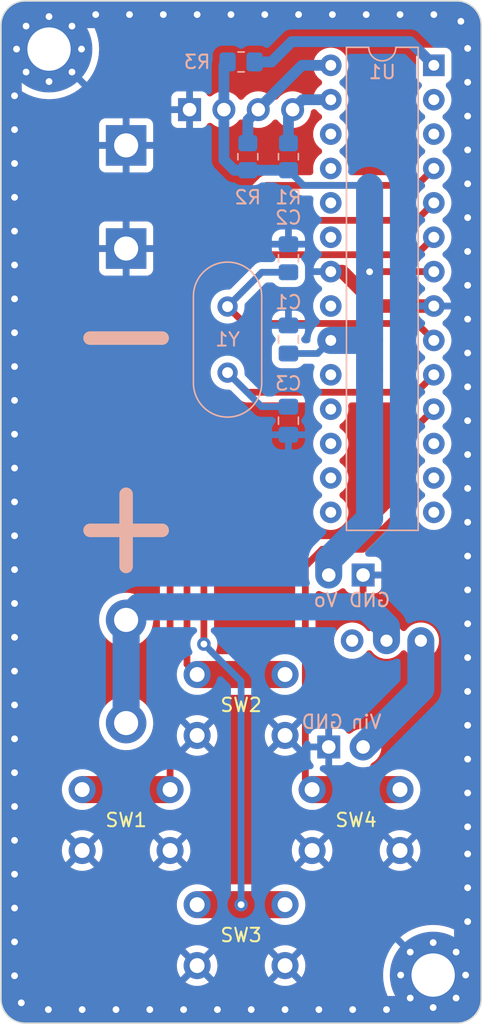
<source format=kicad_pcb>
(kicad_pcb (version 20211014) (generator pcbnew)
  (layers (0 "F.Cu" signal) (31 "B.Cu" signal) (34 "B.Paste" user) (35 "F.Paste" user) (36 "B.SilkS" user "B.Silkscreen") (37 "F.SilkS" user "F.Silkscreen") (38 "B.Mask" user) (39 "F.Mask" user) (44 "Edge.Cuts" user))
  (net 0 "")
  (net 1 "VCC")
  (net 2 "SDA")
  (net 3 "SCL")
  (net 4 "Net-(R3-Pad2)")
  (net 5 "Net-(SW2-Pad1)")
  (net 6 "Net-(SW3-Pad1)")
  (net 7 "Net-(SW4-Pad1)")
  (net 8 "GND")
  (net 9 "Net-(C2-Pad2)")
  (net 10 "Net-(C3-Pad2)")
  (net 11 "VDD")
  (net 17 "Net-(SW1-Pad1)")
  (net 29 "Net-(SW5-Pad3)")
  (footprint "Button_Switch_THT:SW_PUSH_6mm_H9.5mm" (layer "F.Cu") (at 164.5 141.75)
    (fp_text reference "SW3" (at 3.25 2.25) (layer "F.SilkS"))
    (fp_text value "SW_down")
    (pad "1" thru_hole circle (at 0 0 90) (size 2 2) (drill 1.1) (layers *.Cu *.Mask) (net 6 "Net-(SW3-Pad1)"))
    (pad "1" thru_hole circle (at 6.5 0 90) (size 2 2) (drill 1.1) (layers *.Cu *.Mask) (net 6 "Net-(SW3-Pad1)"))
    (pad "2" thru_hole circle (at 6.5 4.5 90) (size 2 2) (drill 1.1) (layers *.Cu *.Mask) (net 8 "GND"))
    (pad "2" thru_hole circle (at 0 4.5 90) (size 2 2) (drill 1.1) (layers *.Cu *.Mask) (net 8 "GND"))
  )
  (footprint "MountingHole:MountingHole_3.2mm_M3_Pad_Via" (layer "F.Cu") (at 181.95 146.95)
    (fp_text reference "H2" hide)
    (fp_text value "M3" hide)
    (pad "1" thru_hole circle locked (at 1.697056 1.697056) (size 0.8 0.8) (drill 0.5) (layers *.Cu *.Mask) (net 8 "GND"))
    (pad "1" thru_hole circle locked (at 2.4 0) (size 0.8 0.8) (drill 0.5) (layers *.Cu *.Mask) (net 8 "GND"))
    (pad "1" thru_hole circle locked (at -1.697056 1.697056) (size 0.8 0.8) (drill 0.5) (layers *.Cu *.Mask) (net 8 "GND"))
    (pad "1" thru_hole circle locked (at 0 -2.4) (size 0.8 0.8) (drill 0.5) (layers *.Cu *.Mask) (net 8 "GND"))
    (pad "1" thru_hole circle locked (at 0 0) (size 6.4 6.4) (drill 3.2) (layers *.Cu *.Mask) (net 8 "GND"))
    (pad "1" thru_hole circle locked (at 1.697056 -1.697056) (size 0.8 0.8) (drill 0.5) (layers *.Cu *.Mask) (net 8 "GND"))
    (pad "1" thru_hole circle locked (at 0 2.4) (size 0.8 0.8) (drill 0.5) (layers *.Cu *.Mask) (net 8 "GND"))
    (pad "1" thru_hole circle locked (at -1.697056 -1.697056) (size 0.8 0.8) (drill 0.5) (layers *.Cu *.Mask) (net 8 "GND"))
    (pad "1" thru_hole circle locked (at -2.4 0) (size 0.8 0.8) (drill 0.5) (layers *.Cu *.Mask) (net 8 "GND"))
  )
  (footprint "MountingHole:MountingHole_3.2mm_M3_Pad_Via" (layer "F.Cu") (at 153.55 78.55)
    (fp_text reference "H1" hide)
    (fp_text value "M3" hide)
    (pad "1" thru_hole circle locked (at 2.4 0) (size 0.8 0.8) (drill 0.5) (layers *.Cu *.Mask) (net 8 "GND"))
    (pad "1" thru_hole circle locked (at 0 2.4) (size 0.8 0.8) (drill 0.5) (layers *.Cu *.Mask) (net 8 "GND"))
    (pad "1" thru_hole circle locked (at -1.697056 1.697056) (size 0.8 0.8) (drill 0.5) (layers *.Cu *.Mask) (net 8 "GND"))
    (pad "1" thru_hole circle locked (at 1.697056 -1.697056) (size 0.8 0.8) (drill 0.5) (layers *.Cu *.Mask) (net 8 "GND"))
    (pad "1" thru_hole circle locked (at 0 -2.4) (size 0.8 0.8) (drill 0.5) (layers *.Cu *.Mask) (net 8 "GND"))
    (pad "1" thru_hole circle locked (at -1.697056 -1.697056) (size 0.8 0.8) (drill 0.5) (layers *.Cu *.Mask) (net 8 "GND"))
    (pad "1" thru_hole circle locked (at -2.4 0) (size 0.8 0.8) (drill 0.5) (layers *.Cu *.Mask) (net 8 "GND"))
    (pad "1" thru_hole circle locked (at 0 0) (size 6.4 6.4) (drill 3.2) (layers *.Cu *.Mask) (net 8 "GND"))
    (pad "1" thru_hole circle locked (at 1.697056 1.697056) (size 0.8 0.8) (drill 0.5) (layers *.Cu *.Mask) (net 8 "GND"))
  )
  (footprint "Button_Switch_THT:SW_PUSH_6mm_H9.5mm" (layer "F.Cu") (at 156 133.25)
    (fp_text reference "SW1" (at 3.25 2.25) (layer "F.SilkS"))
    (fp_text value "SW_left")
    (pad "1" thru_hole circle (at 6.5 0 90) (size 2 2) (drill 1.1) (layers *.Cu *.Mask) (net 17 "Net-(SW1-Pad1)"))
    (pad "1" thru_hole circle (at 0 0 90) (size 2 2) (drill 1.1) (layers *.Cu *.Mask) (net 17 "Net-(SW1-Pad1)"))
    (pad "2" thru_hole circle (at 6.5 4.5 90) (size 2 2) (drill 1.1) (layers *.Cu *.Mask) (net 8 "GND"))
    (pad "2" thru_hole circle (at 0 4.5 90) (size 2 2) (drill 1.1) (layers *.Cu *.Mask) (net 8 "GND"))
  )
  (footprint "Button_Switch_THT:SW_PUSH_6mm_H9.5mm" (layer "F.Cu") (at 173 133.25)
    (fp_text reference "SW4" (at 3.25 2.25) (layer "F.SilkS"))
    (fp_text value "SW_right")
    (pad "1" thru_hole circle (at 6.5 0 90) (size 2 2) (drill 1.1) (layers *.Cu *.Mask) (net 7 "Net-(SW4-Pad1)"))
    (pad "1" thru_hole circle (at 0 0 90) (size 2 2) (drill 1.1) (layers *.Cu *.Mask) (net 7 "Net-(SW4-Pad1)"))
    (pad "2" thru_hole circle (at 0 4.5 90) (size 2 2) (drill 1.1) (layers *.Cu *.Mask) (net 8 "GND"))
    (pad "2" thru_hole circle (at 6.5 4.5 90) (size 2 2) (drill 1.1) (layers *.Cu *.Mask) (net 8 "GND"))
  )
  (footprint "Button_Switch_THT:SW_PUSH_6mm_H9.5mm" (layer "F.Cu") (at 164.5 124.75)
    (fp_text reference "SW2" (at 3.25 2.25) (layer "F.SilkS"))
    (fp_text value "SW_up")
    (pad "1" thru_hole circle (at 0 0 90) (size 2 2) (drill 1.1) (layers *.Cu *.Mask) (net 5 "Net-(SW2-Pad1)"))
    (pad "1" thru_hole circle (at 6.5 0 90) (size 2 2) (drill 1.1) (layers *.Cu *.Mask) (net 5 "Net-(SW2-Pad1)"))
    (pad "2" thru_hole circle (at 6.5 4.5 90) (size 2 2) (drill 1.1) (layers *.Cu *.Mask) (net 8 "GND"))
    (pad "2" thru_hole circle (at 0 4.5 90) (size 2 2) (drill 1.1) (layers *.Cu *.Mask) (net 8 "GND"))
  )
  (footprint "GameBox:SS12D10" (layer "F.Cu") (at 178.5 122.25)
    (fp_text reference "SW5" hide)
    (fp_text value "ON/OFF")
    (pad "1" thru_hole circle (at -2.54 0) (size 1.6764 1.6764) (drill 0.9) (layers *.Cu *.Mask))
    (pad "2" thru_hole circle (at 0 0) (size 1.6764 1.6764) (drill 0.9) (layers *.Cu *.Mask) (net 11 "VDD"))
    (pad "3" thru_hole circle (at 2.54 0) (size 1.6764 1.6764) (drill 0.9) (layers *.Cu *.Mask) (net 29 "Net-(SW5-Pad3)"))
  )
  (footprint "GameBox:1.3_inch_OLED_IIC" (layer "F.Cu") (at 167.75 97.75)
    (fp_text reference "J1" hide)
    (fp_text value "OLED" hide)
    (pad "1" thru_hole rect (at -3.81 -14.726 90) (size 1.7 1.7) (drill 1) (layers *.Cu *.Mask) (net 8 "GND"))
    (pad "2" thru_hole oval (at -1.27 -14.726 90) (size 1.7 1.7) (drill 1) (layers *.Cu *.Mask) (net 1 "VCC"))
    (pad "3" thru_hole oval (at 1.27 -14.726 90) (size 1.7 1.7) (drill 1) (layers *.Cu *.Mask) (net 3 "SCL"))
    (pad "4" thru_hole oval (at 3.81 -14.726 90) (size 1.7 1.7) (drill 1) (layers *.Cu *.Mask) (net 2 "SDA"))
  )
  (footprint "Capacitor_SMD:C_0805_2012Metric_Pad1.18x1.45mm_HandSolder" (layer "B.Cu") (at 171.25 94 -90)
    (fp_text reference "C2" (at -3 0 180) (layer "B.SilkS") (effects (justify mirror)))
    (fp_text value "22pF")
    (fp_line (start -0.261252 0.735) (end 0.261252 0.735) (layer "B.SilkS") (width 0.12))
    (fp_line (start -0.261252 -0.735) (end 0.261252 -0.735) (layer "B.SilkS") (width 0.12))
    (pad "1" smd roundrect locked (at -1.0375 0 270) (size 1.175 1.45) (layers "B.Cu" "B.Paste" "B.Mask") (roundrect_rratio 0.212766) (net 8 "GND"))
    (pad "2" smd roundrect locked (at 1.0375 0 270) (size 1.175 1.45) (layers "B.Cu" "B.Paste" "B.Mask") (roundrect_rratio 0.212766) (net 9 "Net-(C2-Pad2)"))
  )
  (footprint "Package_DIP:DIP-28_W7.62mm" (layer "B.Cu") (at 182 79.75 180)
    (fp_text reference "U1" (at 3.81 -0.5) (layer "B.SilkS") (effects (justify mirror)))
    (fp_text value "ATmega328P-P")
    (fp_line (start 1.16 -34.35) (end 6.46 -34.35) (layer "B.SilkS") (width 0.12))
    (fp_line (start 2.81 1.33) (end 1.16 1.33) (layer "B.SilkS") (width 0.12))
    (fp_line (start 6.46 1.33) (end 4.81 1.33) (layer "B.SilkS") (width 0.12))
    (fp_line (start 1.16 1.33) (end 1.16 -34.35) (layer "B.SilkS") (width 0.12))
    (fp_line (start 6.46 -34.35) (end 6.46 1.33) (layer "B.SilkS") (width 0.12))
    (fp_arc (start 2.81 1.33) (mid 3.81 0.33) (end 4.81 1.33) (layer "B.SilkS") (width 0.12))
    (pad "1" thru_hole rect locked (at 0 0 180) (size 1.6 1.6) (drill 0.8) (layers *.Cu *.Mask) (net 4 "Net-(R3-Pad2)"))
    (pad "2" thru_hole oval locked (at 0 -2.54 180) (size 1.6 1.6) (drill 0.8) (layers *.Cu *.Mask))
    (pad "3" thru_hole oval locked (at 0 -5.08 180) (size 1.6 1.6) (drill 0.8) (layers *.Cu *.Mask))
    (pad "4" thru_hole oval locked (at 0 -7.62 180) (size 1.6 1.6) (drill 0.8) (layers *.Cu *.Mask) (net 17 "Net-(SW1-Pad1)"))
    (pad "5" thru_hole oval locked (at 0 -10.16 180) (size 1.6 1.6) (drill 0.8) (layers *.Cu *.Mask) (net 5 "Net-(SW2-Pad1)"))
    (pad "6" thru_hole oval locked (at 0 -12.7 180) (size 1.6 1.6) (drill 0.8) (layers *.Cu *.Mask) (net 6 "Net-(SW3-Pad1)"))
    (pad "7" thru_hole oval locked (at 0 -15.24 180) (size 1.6 1.6) (drill 0.8) (layers *.Cu *.Mask) (net 1 "VCC"))
    (pad "8" thru_hole oval locked (at 0 -17.78 180) (size 1.6 1.6) (drill 0.8) (layers *.Cu *.Mask) (net 8 "GND"))
    (pad "9" thru_hole oval locked (at 0 -20.32 180) (size 1.6 1.6) (drill 0.8) (layers *.Cu *.Mask) (net 9 "Net-(C2-Pad2)"))
    (pad "10" thru_hole oval locked (at 0 -22.86 180) (size 1.6 1.6) (drill 0.8) (layers *.Cu *.Mask) (net 10 "Net-(C3-Pad2)"))
    (pad "11" thru_hole oval locked (at 0 -25.4 180) (size 1.6 1.6) (drill 0.8) (layers *.Cu *.Mask) (net 7 "Net-(SW4-Pad1)"))
    (pad "12" thru_hole oval locked (at 0 -27.94 180) (size 1.6 1.6) (drill 0.8) (layers *.Cu *.Mask))
    (pad "13" thru_hole oval locked (at 0 -30.48 180) (size 1.6 1.6) (drill 0.8) (layers *.Cu *.Mask))
    (pad "14" thru_hole oval locked (at 0 -33.02 180) (size 1.6 1.6) (drill 0.8) (layers *.Cu *.Mask))
    (pad "15" thru_hole oval locked (at 7.62 -33.02 180) (size 1.6 1.6) (drill 0.8) (layers *.Cu *.Mask))
    (pad "16" thru_hole oval locked (at 7.62 -30.48 180) (size 1.6 1.6) (drill 0.8) (layers *.Cu *.Mask))
    (pad "17" thru_hole oval locked (at 7.62 -27.94 180) (size 1.6 1.6) (drill 0.8) (layers *.Cu *.Mask))
    (pad "18" thru_hole oval locked (at 7.62 -25.4 180) (size 1.6 1.6) (drill 0.8) (layers *.Cu *.Mask))
    (pad "19" thru_hole oval locked (at 7.62 -22.86 180) (size 1.6 1.6) (drill 0.8) (layers *.Cu *.Mask))
    (pad "20" thru_hole oval locked (at 7.62 -20.32 180) (size 1.6 1.6) (drill 0.8) (layers *.Cu *.Mask) (net 1 "VCC"))
    (pad "21" thru_hole oval locked (at 7.62 -17.78 180) (size 1.6 1.6) (drill 0.8) (layers *.Cu *.Mask))
    (pad "22" thru_hole oval locked (at 7.62 -15.24 180) (size 1.6 1.6) (drill 0.8) (layers *.Cu *.Mask) (net 8 "GND"))
    (pad "23" thru_hole oval locked (at 7.62 -12.7 180) (size 1.6 1.6) (drill 0.8) (layers *.Cu *.Mask))
    (pad "24" thru_hole oval locked (at 7.62 -10.16 180) (size 1.6 1.6) (drill 0.8) (layers *.Cu *.Mask))
    (pad "25" thru_hole oval locked (at 7.62 -7.62 180) (size 1.6 1.6) (drill 0.8) (layers *.Cu *.Mask))
    (pad "26" thru_hole oval locked (at 7.62 -5.08 180) (size 1.6 1.6) (drill 0.8) (layers *.Cu *.Mask))
    (pad "27" thru_hole oval locked (at 7.62 -2.54 180) (size 1.6 1.6) (drill 0.8) (layers *.Cu *.Mask) (net 2 "SDA"))
    (pad "28" thru_hole oval locked (at 7.62 0 180) (size 1.6 1.6) (drill 0.8) (layers *.Cu *.Mask) (net 3 "SCL"))
  )
  (footprint "Capacitor_SMD:C_0805_2012Metric_Pad1.18x1.45mm_HandSolder" (layer "B.Cu") (at 171.25 100 90)
    (fp_text reference "C1" (at 2.75 0 180) (layer "B.SilkS") (effects (justify mirror)))
    (fp_text value "10uF")
    (fp_line (start -0.261252 -0.735) (end 0.261252 -0.735) (layer "B.SilkS") (width 0.12))
    (fp_line (start -0.261252 0.735) (end 0.261252 0.735) (layer "B.SilkS") (width 0.12))
    (pad "1" smd roundrect locked (at -1.0375 0 90) (size 1.175 1.45) (layers "B.Cu" "B.Paste" "B.Mask") (roundrect_rratio 0.212766) (net 1 "VCC"))
    (pad "2" smd roundrect locked (at 1.0375 0 90) (size 1.175 1.45) (layers "B.Cu" "B.Paste" "B.Mask") (roundrect_rratio 0.212766) (net 8 "GND"))
  )
  (footprint "Crystal:Crystal_HC49-4H_Vertical" (layer "B.Cu") (at 166.75 102.45 90)
    (fp_text reference "Y1" (at 2.45 0 180) (layer "B.SilkS") (effects (justify mirror)))
    (fp_text value "16MHz")
    (fp_line (start -0.76 -2.525) (end 5.64 -2.525) (layer "B.SilkS") (width 0.12))
    (fp_line (start -0.76 2.525) (end 5.64 2.525) (layer "B.SilkS") (width 0.12))
    (fp_arc (start -0.76 2.525) (mid -3.285 0) (end -0.76 -2.525) (layer "B.SilkS") (width 0.12))
    (fp_arc (start 5.64 -2.525) (mid 8.165 0) (end 5.64 2.525) (layer "B.SilkS") (width 0.12))
    (pad "1" thru_hole circle locked (at 0 0 90) (size 1.5 1.5) (drill 0.8) (layers *.Cu *.Mask) (net 10 "Net-(C3-Pad2)"))
    (pad "2" thru_hole circle locked (at 4.88 0 90) (size 1.5 1.5) (drill 0.8) (layers *.Cu *.Mask) (net 9 "Net-(C2-Pad2)"))
  )
  (footprint "Resistor_SMD:R_0805_2012Metric_Pad1.20x1.40mm_HandSolder" (layer "B.Cu") (at 167.75 79.5)
    (fp_text reference "R3" (at -3.25 0) (layer "B.SilkS") (effects (justify mirror)))
    (fp_text value "10k")
    (fp_line (start -0.227064 0.735) (end 0.227064 0.735) (layer "B.SilkS") (width 0.12))
    (fp_line (start -0.227064 -0.735) (end 0.227064 -0.735) (layer "B.SilkS") (width 0.12))
    (pad "1" smd roundrect locked (at -1 0) (size 1.2 1.4) (layers "B.Cu" "B.Paste" "B.Mask") (roundrect_rratio 0.208333) (net 1 "VCC"))
    (pad "2" smd roundrect locked (at 1 0) (size 1.2 1.4) (layers "B.Cu" "B.Paste" "B.Mask") (roundrect_rratio 0.208333) (net 4 "Net-(R3-Pad2)"))
  )
  (footprint "GameBox:BK-82_AAA_battery_holder" (layer "B.Cu") (at 159.25 107)
    (fp_text reference "BT1" hide)
    (fp_text value "AAA" hide)
    (fp_text user "+" (at 0 7.62 180 unlocked) (layer "B.SilkS") (effects (font (size 7 7) (thickness 1)) (justify mirror)))
    (fp_text user "-" (at 0 -7.62 unlocked) (layer "B.SilkS") (effects (font (size 7 7) (thickness 1)) (justify mirror)))
    (pad "1" thru_hole circle (at 0 13.716 180) (size 3 3) (drill 1.78) (layers *.Cu *.Mask) (net 11 "VDD"))
    (pad "1" thru_hole circle (at 0 21.336 180) (size 3 3) (drill 1.78) (layers *.Cu *.Mask) (net 11 "VDD"))
    (pad "2" thru_hole rect (at 0 -13.716 180) (size 2.999999 2.999999) (drill 1.78) (layers *.Cu *.Mask) (net 8 "GND"))
    (pad "2" thru_hole rect (at 0 -21.336 180) (size 2.999999 2.999999) (drill 1.78) (layers *.Cu *.Mask) (net 8 "GND"))
  )
  (footprint "Resistor_SMD:R_0805_2012Metric_Pad1.20x1.40mm_HandSolder" (layer "B.Cu") (at 168.25 86.5 90)
    (fp_text reference "R2" (at -3 0 180) (layer "B.SilkS") (effects (justify mirror)))
    (fp_text value "10k")
    (fp_line (start -0.227064 -0.735) (end 0.227064 -0.735) (layer "B.SilkS") (width 0.12))
    (fp_line (start -0.227064 0.735) (end 0.227064 0.735) (layer "B.SilkS") (width 0.12))
    (pad "1" smd roundrect locked (at -1 0 90) (size 1.2 1.4) (layers "B.Cu" "B.Paste" "B.Mask") (roundrect_rratio 0.208333) (net 1 "VCC"))
    (pad "2" smd roundrect locked (at 1 0 90) (size 1.2 1.4) (layers "B.Cu" "B.Paste" "B.Mask") (roundrect_rratio 0.208333) (net 3 "SCL"))
  )
  (footprint "GameBox:3.3V_boost_regulator" (layer "B.Cu") (at 175.5 123.75 180)
    (fp_text reference "U2" hide)
    (fp_text value "3.3V_boost_regulator")
    (fp_text user "Vin" (at -1.5 -4.5 unlocked) (layer "B.SilkS") (effects (justify mirror)))
    (fp_text user "GND" (at 1.75 -4.5 unlocked) (layer "B.SilkS") (effects (justify mirror)))
    (fp_text user "Vo" (at 1.5 4.5 unlocked) (layer "B.SilkS") (effects (justify mirror)))
    (fp_text user "GND" (at -1.75 4.5 unlocked) (layer "B.SilkS") (effects (justify mirror)))
    (pad "1" thru_hole rect (at -1.27 6.35 270) (size 1.7 1.7) (drill 1) (layers *.Cu *.Mask) (net 8 "GND"))
    (pad "1" thru_hole rect (at 1.27 -6.35 90) (size 1.7 1.7) (drill 1) (layers *.Cu *.Mask) (net 8 "GND"))
    (pad "2" thru_hole oval (at -1.27 -6.35 90) (size 1.7 1.7) (drill 1) (layers *.Cu *.Mask) (net 29 "Net-(SW5-Pad3)"))
    (pad "3" thru_hole oval (at 1.27 6.35 270) (size 1.7 1.7) (drill 1) (layers *.Cu *.Mask) (net 1 "VCC"))
  )
  (footprint "Capacitor_SMD:C_0805_2012Metric_Pad1.18x1.45mm_HandSolder" (layer "B.Cu") (at 171.25 106 90)
    (fp_text reference "C3" (at 2.75 0 180) (layer "B.SilkS") (effects (justify mirror)))
    (fp_text value "22pF")
    (fp_line (start -0.261252 0.735) (end 0.261252 0.735) (layer "B.SilkS") (width 0.12))
    (fp_line (start -0.261252 -0.735) (end 0.261252 -0.735) (layer "B.SilkS") (width 0.12))
    (pad "1" smd roundrect locked (at -1.0375 0 90) (size 1.175 1.45) (layers "B.Cu" "B.Paste" "B.Mask") (roundrect_rratio 0.212766) (net 8 "GND"))
    (pad "2" smd roundrect locked (at 1.0375 0 90) (size 1.175 1.45) (layers "B.Cu" "B.Paste" "B.Mask") (roundrect_rratio 0.212766) (net 10 "Net-(C3-Pad2)"))
  )
  (footprint "Resistor_SMD:R_0805_2012Metric_Pad1.20x1.40mm_HandSolder" (layer "B.Cu") (at 171.25 86.5 90)
    (fp_text reference "R1" (at -3 0 180) (layer "B.SilkS") (effects (justify mirror)))
    (fp_text value "10k")
    (fp_line (start -0.227064 0.735) (end 0.227064 0.735) (layer "B.SilkS") (width 0.12))
    (fp_line (start -0.227064 -0.735) (end 0.227064 -0.735) (layer "B.SilkS") (width 0.12))
    (pad "1" smd roundrect locked (at -1 0 90) (size 1.2 1.4) (layers "B.Cu" "B.Paste" "B.Mask") (roundrect_rratio 0.208333) (net 1 "VCC"))
    (pad "2" smd roundrect locked (at 1 0 90) (size 1.2 1.4) (layers "B.Cu" "B.Paste" "B.Mask") (roundrect_rratio 0.208333) (net 2 "SDA"))
  )
  (gr_line (start 185.5 76.8) (end 185.5 148.7) (layer "Edge.Cuts") (width 0.1))
  (gr_arc (start 183.7 75) (mid 184.972792 75.527208) (end 185.5 76.8) (layer "Edge.Cuts") (width 0.1))
  (gr_arc (start 150 76.8) (mid 150.527208 75.527208) (end 151.8 75) (layer "Edge.Cuts") (width 0.1))
  (gr_arc (start 185.5 148.7) (mid 184.972792 149.972792) (end 183.7 150.5) (layer "Edge.Cuts") (width 0.1))
  (gr_arc (start 151.8 150.5) (mid 150.527208 149.972792) (end 150 148.7) (layer "Edge.Cuts") (width 0.1))
  (gr_line (start 151.8 75) (end 183.7 75) (layer "Edge.Cuts") (width 0.1))
  (gr_line (start 150 148.7) (end 150 76.8) (layer "Edge.Cuts") (width 0.1))
  (gr_line (start 183.7 150.5) (end 151.8 150.5) (layer "Edge.Cuts") (width 0.1))
  (segment (start 177.26 94.99) (end 177.25 95) (width 0.5) (layer "F.Cu") (net 1))
  (segment (start 182 94.99) (end 177.26 94.99) (width 0.5) (layer "F.Cu") (net 1))
  (via (at 177.25 95) (size 1) (drill 0.5) (layers "F.Cu" "B.Cu") (net 1))
  (segment (start 177.25 100) (end 177.18 100.07) (width 2) (layer "B.Cu") (net 1))
  (segment (start 166.48 83.024) (end 166.48 79.77) (width 0.8) (layer "B.Cu") (net 1))
  (segment (start 177.25 88.75) (end 177.119511 88.619511) (width 0.5) (layer "B.Cu") (net 1))
  (segment (start 177.119511 88.619511) (end 172.369511 88.619511) (width 0.5) (layer "B.Cu") (net 1))
  (segment (start 174.23 116.264434) (end 177.25 113.244434) (width 2) (layer "B.Cu") (net 1))
  (segment (start 166.48 83.024) (end 166.48 86.73) (width 0.8) (layer "B.Cu") (net 1))
  (segment (start 173.4125 101.0375) (end 174.38 100.07) (width 0.5) (layer "B.Cu") (net 1))
  (segment (start 166.48 79.77) (end 166.75 79.5) (width 0.8) (layer "B.Cu") (net 1))
  (segment (start 167.25 87.5) (end 168.25 87.5) (width 0.8) (layer "B.Cu") (net 1))
  (segment (start 177.25 102.25) (end 177.25 95) (width 2) (layer "B.Cu") (net 1))
  (segment (start 177.25 113.244434) (end 177.25 102.25) (width 2) (layer "B.Cu") (net 1))
  (segment (start 168.25 87.5) (end 171.25 87.5) (width 0.8) (layer "B.Cu") (net 1))
  (segment (start 177.18 100.07) (end 174.38 100.07) (width 2) (layer "B.Cu") (net 1))
  (segment (start 172.369511 88.619511) (end 171.25 87.5) (width 0.5) (layer "B.Cu") (net 1))
  (segment (start 177.25 95) (end 177.25 88.75) (width 2) (layer "B.Cu") (net 1))
  (segment (start 166.48 86.73) (end 167.25 87.5) (width 0.8) (layer "B.Cu") (net 1))
  (segment (start 174.23 117.4) (end 174.23 116.264434) (width 2) (layer "B.Cu") (net 1))
  (segment (start 171.25 101.0375) (end 173.4125 101.0375) (width 0.5) (layer "B.Cu") (net 1))
  (segment (start 171.25 83.334) (end 171.56 83.024) (width 0.8) (layer "B.Cu") (net 2))
  (segment (start 172.294 82.29) (end 171.56 83.024) (width 0.8) (layer "B.Cu") (net 2))
  (segment (start 174.38 82.29) (end 172.294 82.29) (width 0.8) (layer "B.Cu") (net 2))
  (segment (start 171.25 85.5) (end 171.25 83.334) (width 0.8) (layer "B.Cu") (net 2))
  (segment (start 168.25 85.5) (end 168.25 83.794) (width 0.8) (layer "B.Cu") (net 3))
  (segment (start 168.25 83.794) (end 169.02 83.024) (width 0.8) (layer "B.Cu") (net 3))
  (segment (start 172.25 79.75) (end 174.38 79.75) (width 0.8) (layer "B.Cu") (net 3))
  (segment (start 169.02 83.024) (end 169.02 82.98) (width 0.8) (layer "B.Cu") (net 3))
  (segment (start 169.02 82.98) (end 172.25 79.75) (width 0.8) (layer "B.Cu") (net 3))
  (segment (start 180.25 78) (end 182 79.75) (width 0.8) (layer "B.Cu") (net 4))
  (segment (start 170 79.5) (end 171.5 78) (width 0.8) (layer "B.Cu") (net 4))
  (segment (start 168.75 79.5) (end 170 79.5) (width 0.8) (layer "B.Cu") (net 4))
  (segment (start 171.5 78) (end 180.25 78) (width 0.8) (layer "B.Cu") (net 4))
  (segment (start 163.75 96.25) (end 163.75 124) (width 0.5) (layer "F.Cu") (net 5))
  (segment (start 164.5 124.75) (end 167.75 124.75) (width 2) (layer "F.Cu") (net 5))
  (segment (start 182 89.91) (end 180.709511 91.200489) (width 0.5) (layer "F.Cu") (net 5))
  (segment (start 168.799511 91.200489) (end 163.75 96.25) (width 0.5) (layer "F.Cu") (net 5))
  (segment (start 163.75 124) (end 164.5 124.75) (width 0.5) (layer "F.Cu") (net 5))
  (segment (start 167.75 124.75) (end 171 124.75) (width 2) (layer "F.Cu") (net 5))
  (segment (start 180.709511 91.200489) (end 168.799511 91.200489) (width 0.5) (layer "F.Cu") (net 5))
  (segment (start 180.709511 93.740489) (end 182 92.45) (width 0.5) (layer "F.Cu") (net 6))
  (segment (start 165 122.5) (end 165 96.75) (width 0.5) (layer "F.Cu") (net 6))
  (segment (start 165 96.75) (end 168.009511 93.740489) (width 0.5) (layer "F.Cu") (net 6))
  (segment (start 168.009511 93.740489) (end 180.709511 93.740489) (width 0.5) (layer "F.Cu") (net 6))
  (segment (start 167.75 141.75) (end 171 141.75) (width 2) (layer "F.Cu") (net 6))
  (segment (start 164.5 141.75) (end 167.75 141.75) (width 2) (layer "F.Cu") (net 6))
  (via (at 165 122.5) (size 1) (drill 0.5) (layers "F.Cu" "B.Cu") (net 6))
  (via (at 167.75 141.75) (size 1) (drill 0.5) (layers "F.Cu" "B.Cu") (net 6))
  (segment (start 167.75 125.25) (end 167.75 141.75) (width 0.5) (layer "B.Cu") (net 6))
  (segment (start 165 122.5) (end 167.75 125.25) (width 0.5) (layer "B.Cu") (net 6))
  (segment (start 179.75 112.5) (end 179.75 107.4) (width 0.5) (layer "F.Cu") (net 7))
  (segment (start 173.75 115.5) (end 176.75 115.5) (width 0.5) (layer "F.Cu") (net 7))
  (segment (start 173 133.25) (end 172.5 132.75) (width 0.5) (layer "F.Cu") (net 7))
  (segment (start 179.75 107.4) (end 182 105.15) (width 0.5) (layer "F.Cu") (net 7))
  (segment (start 172.5 132.75) (end 172.5 116.75) (width 0.5) (layer "F.Cu") (net 7))
  (segment (start 176.25 133.25) (end 179.5 133.25) (width 2) (layer "F.Cu") (net 7))
  (segment (start 176.75 115.5) (end 179.75 112.5) (width 0.5) (layer "F.Cu") (net 7))
  (segment (start 172.5 116.75) (end 173.75 115.5) (width 0.5) (layer "F.Cu") (net 7))
  (segment (start 173 133.25) (end 176.25 133.25) (width 2) (layer "F.Cu") (net 7))
  (segment (start 177.78 97.53) (end 182 97.53) (width 1) (layer "F.Cu") (net 8))
  (segment (start 174.38 94.99) (end 175.24 94.99) (width 1) (layer "F.Cu") (net 8))
  (segment (start 175.24 94.99) (end 177.78 97.53) (width 1) (layer "F.Cu") (net 8))
  (via (at 151 134.5) (size 1) (drill 0.5) (layers "F.Cu" "B.Cu") (net 8))
  (via (at 151 84.5) (size 1) (drill 0.5) (layers "F.Cu" "B.Cu") (net 8))
  (via (at 156 149.5) (size 1) (drill 0.5) (layers "F.Cu" "B.Cu") (net 8))
  (via (at 184.5 140.5) (size 1) (drill 0.5) (layers "F.Cu" "B.Cu") (net 8))
  (via (at 158.5 149.5) (size 1) (drill 0.5) (layers "F.Cu" "B.Cu") (net 8))
  (via (at 151 129.5) (size 1) (drill 0.5) (layers "F.Cu" "B.Cu") (net 8))
  (via (at 151 124.5) (size 1) (drill 0.5) (layers "F.Cu" "B.Cu") (net 8))
  (via (at 151 87) (size 1) (drill 0.5) (layers "F.Cu" "B.Cu") (net 8))
  (via (at 184.5 96) (size 1) (drill 0.5) (layers "F.Cu" "B.Cu") (net 8))
  (via (at 151 89.5) (size 1) (drill 0.5) (layers "F.Cu" "B.Cu") (net 8))
  (via (at 184.5 143) (size 1) (drill 0.5) (layers "F.Cu" "B.Cu") (net 8))
  (via (at 179.5 76) (size 1) (drill 0.5) (layers "F.Cu" "B.Cu") (net 8))
  (via (at 184.5 128.5) (size 1) (drill 0.5) (layers "F.Cu" "B.Cu") (net 8))
  (via (at 151 82) (size 1) (drill 0.5) (layers "F.Cu" "B.Cu") (net 8))
  (via (at 151 147) (size 1) (drill 0.5) (layers "F.Cu" "B.Cu") (net 8))
  (via (at 184.5 81) (size 1) (drill 0.5) (layers "F.Cu" "B.Cu") (net 8))
  (via (at 184.5 98.5) (size 1) (drill 0.5) (layers "F.Cu" "B.Cu") (net 8))
  (via (at 151 139.5) (size 1) (drill 0.5) (layers "F.Cu" "B.Cu") (net 8))
  (via (at 184.5 103.5) (size 1) (drill 0.5) (layers "F.Cu" "B.Cu") (net 8))
  (via (at 151 104.5) (size 1) (drill 0.5) (layers "F.Cu" "B.Cu") (net 8))
  (via (at 184.5 88.5) (size 1) (drill 0.5) (layers "F.Cu" "B.Cu") (net 8))
  (via (at 184.5 111) (size 1) (drill 0.5) (layers "F.Cu" "B.Cu") (net 8))
  (via (at 151 122) (size 1) (drill 0.5) (layers "F.Cu" "B.Cu") (net 8))
  (via (at 151 109.5) (size 1) (drill 0.5) (layers "F.Cu" "B.Cu") (net 8))
  (via (at 176 149.5) (size 1) (drill 0.5) (layers "F.Cu" "B.Cu") (net 8))
  (via (at 184.5 93.5) (size 1) (drill 0.5) (layers "F.Cu" "B.Cu") (net 8))
  (via (at 184.5 131) (size 1) (drill 0.5) (layers "F.Cu" "B.Cu") (net 8))
  (via (at 178.5 149.5) (size 1) (drill 0.5) (layers "F.Cu" "B.Cu") (net 8))
  (via (at 184.5 123.5) (size 1) (drill 0.5) (layers "F.Cu" "B.Cu") (net 8))
  (via (at 161 149.5) (size 1) (drill 0.5) (layers "F.Cu" "B.Cu") (net 8))
  (via (at 184.5 101) (size 1) (drill 0.5) (layers "F.Cu" "B.Cu") (net 8))
  (via (at 177 76) (size 1) (drill 0.5) (layers "F.Cu" "B.Cu") (net 8))
  (via (at 151 137) (size 1) (drill 0.5) (layers "F.Cu" "B.Cu") (net 8))
  (via (at 151 99.5) (size 1) (drill 0.5) (layers "F.Cu" "B.Cu") (net 8))
  (via (at 184.5 108.5) (size 1) (drill 0.5) (layers "F.Cu" "B.Cu") (net 8))
  (via (at 166 149.5) (size 1) (drill 0.5) (layers "F.Cu" "B.Cu") (net 8))
  (via (at 184.5 91) (size 1) (drill 0.5) (layers "F.Cu" "B.Cu") (net 8))
  (via (at 174.5 76) (size 1) (drill 0.5) (layers "F.Cu" "B.Cu") (net 8))
  (via (at 151 119.5) (size 1) (drill 0.5) (layers "F.Cu" "B.Cu") (net 8))
  (via (at 151 127) (size 1) (drill 0.5) (layers "F.Cu" "B.Cu") (net 8))
  (via (at 184.5 118.5) (size 1) (drill 0.5) (layers "F.Cu" "B.Cu") (net 8))
  (via (at 162 76) (size 1) (drill 0.5) (layers "F.Cu" "B.Cu") (net 8))
  (via (at 151 117) (size 1) (drill 0.5) (layers "F.Cu" "B.Cu") (net 8))
  (via (at 184 76.5) (size 1) (drill 0.5) (layers "F.Cu" "B.Cu") (net 8))
  (via (at 151.5 149) (size 1) (drill 0.5) (layers "F.Cu" "B.Cu") (net 8))
  (via (at 184.5 138) (size 1) (drill 0.5) (layers "F.Cu" "B.Cu") (net 8))
  (via (at 184.5 86) (size 1) (drill 0.5) (layers "F.Cu" "B.Cu") (net 8))
  (via (at 151 112) (size 1) (drill 0.5) (layers "F.Cu" "B.Cu") (net 8))
  (via (at 184.5 78.5) (size 1) (drill 0.5) (layers "F.Cu" "B.Cu") (net 8))
  (via (at 171 149.5) (size 1) (drill 0.5) (layers "F.Cu" "B.Cu") (net 8))
  (via (at 151 94.5) (size 1) (drill 0.5) (layers "F.Cu" "B.Cu") (net 8))
  (via (at 167 76) (size 1) (drill 0.5) (layers "F.Cu" "B.Cu") (net 8))
  (via (at 151 102) (size 1) (drill 0.5) (layers "F.Cu" "B.Cu") (net 8))
  (via (at 168.5 149.5) (size 1) (drill 0.5) (layers "F.Cu" "B.Cu") (net 8))
  (via (at 184.5 83.5) (size 1) (drill 0.5) (layers "F.Cu" "B.Cu") (net 8))
  (via (at 151 114.5) (size 1) (drill 0.5) (layers "F.Cu" "B.Cu") (net 8))
  (via (at 182 76) (size 1) (drill 0.5) (layers "F.Cu" "B.Cu") (net 8))
  (via (at 172 76) (size 1) (drill 0.5) (layers "F.Cu" "B.Cu") (net 8))
  (via (at 184.5 126) (size 1) (drill 0.5) (layers "F.Cu" "B.Cu") (net 8))
  (via (at 151 92) (size 1) (drill 0.5) (layers "F.Cu" "B.Cu") (net 8))
  (via (at 184.5 136) (size 1) (drill 0.5) (layers "F.Cu" "B.Cu") (net 8))
  (via (at 184.5 113.5) (size 1) (drill 0.5) (layers "F.Cu" "B.Cu") (net 8))
  (via (at 164.5 76) (size 1) (drill 0.5) (layers "F.Cu" "B.Cu") (net 8))
  (via (at 159.5 76) (size 1) (drill 0.5) (layers "F.Cu" "B.Cu") (net 8))
  (via (at 151 142) (size 1) (drill 0.5) (layers "F.Cu" "B.Cu") (net 8))
  (via (at 184.5 106) (size 1) (drill 0.5) (layers "F.Cu" "B.Cu") (net 8))
  (via (at 151 144.5) (size 1) (drill 0.5) (layers "F.Cu" "B.Cu") (net 8))
  (via (at 151 107) (size 1) (drill 0.5) (layers "F.Cu" "B.Cu") (net 8))
  (via (at 169.5 76) (size 1) (drill 0.5) (layers "F.Cu" "B.Cu") (net 8))
  (via (at 157 76) (size 1) (drill 0.5) (layers "F.Cu" "B.Cu") (net 8))
  (via (at 153.5 149.5) (size 1) (drill 0.5) (layers "F.Cu" "B.Cu") (net 8))
  (via (at 184.5 121) (size 1) (drill 0.5) (layers "F.Cu" "B.Cu") (net 8))
  (via (at 184.5 116) (size 1) (drill 0.5) (layers "F.Cu" "B.Cu") (net 8))
  (via (at 184.5 133.5) (size 1) (drill 0.5) (layers "F.Cu" "B.Cu") (net 8))
  (via (at 151 132) (size 1) (drill 0.5) (layers "F.Cu" "B.Cu") (net 8))
  (via (at 163.5 149.5) (size 1) (drill 0.5) (layers "F.Cu" "B.Cu") (net 8))
  (via (at 151 97) (size 1) (drill 0.5) (layers "F.Cu" "B.Cu") (net 8))
  (via (at 173.5 149.5) (size 1) (drill 0.5) (layers "F.Cu" "B.Cu") (net 8))
  (segment (start 180.750489 98.820489) (end 168.000489 98.820489) (width 0.5) (layer "F.Cu") (net 9))
  (segment (start 168.000489 98.820489) (end 166.75 97.57) (width 0.5) (layer "F.Cu") (net 9))
  (segment (start 182 100.07) (end 180.750489 98.820489) (width 0.5) (layer "F.Cu") (net 9))
  (segment (start 169.2825 95.0375) (end 166.75 97.57) (width 0.5) (layer "B.Cu") (net 9))
  (segment (start 171.25 95.0375) (end 169.2825 95.0375) (width 0.5) (layer "B.Cu") (net 9))
  (segment (start 168.200489 103.900489) (end 166.75 102.45) (width 0.5) (layer "F.Cu") (net 10))
  (segment (start 180.709511 103.900489) (end 168.200489 103.900489) (width 0.5) (layer "F.Cu") (net 10))
  (segment (start 182 102.61) (end 180.709511 103.900489) (width 0.5) (layer "F.Cu") (net 10))
  (segment (start 169.2625 104.9625) (end 166.75 102.45) (width 0.5) (layer "B.Cu") (net 10))
  (segment (start 171.25 104.9625) (end 169.2625 104.9625) (width 0.5) (layer "B.Cu") (net 10))
  (segment (start 159.25 120.716) (end 160.216 119.75) (width 2) (layer "B.Cu") (net 11))
  (segment (start 159.25 128.336) (end 159.25 120.716) (width 2) (layer "B.Cu") (net 11))
  (segment (start 160.216 119.75) (end 177 119.75) (width 2) (layer "B.Cu") (net 11))
  (segment (start 177 119.75) (end 178.5 121.25) (width 2) (layer "B.Cu") (net 11))
  (segment (start 178.5 121.25) (end 178.5 122.25) (width 2) (layer "B.Cu") (net 11))
  (segment (start 162.5 95.75) (end 169.630489 88.619511) (width 0.5) (layer "F.Cu") (net 17))
  (segment (start 156 133.25) (end 159.25 133.25) (width 2) (layer "F.Cu") (net 17))
  (segment (start 169.630489 88.619511) (end 180.750489 88.619511) (width 0.5) (layer "F.Cu") (net 17))
  (segment (start 180.750489 88.619511) (end 182 87.37) (width 0.5) (layer "F.Cu") (net 17))
  (segment (start 159.25 133.25) (end 162.5 133.25) (width 2) (layer "F.Cu") (net 17))
  (segment (start 162.5 133.25) (end 162.5 95.75) (width 0.5) (layer "F.Cu") (net 17))
  (segment (start 181.04 125.83) (end 181.04 122.25) (width 2) (layer "B.Cu") (net 29))
  (segment (start 176.77 130.1) (end 181.04 125.83) (width 2) (layer "B.Cu") (net 29))
  (zone (net 8) (net_name "GND") (layers F&B.Cu) (priority 1) (connect_pads yes (clearance 0)) (min_thickness 0.5) (fill yes (thermal_gap 0.5) (thermal_bridge_width 0.5) (smoothing fillet) (radius 0.2))
    (polygon (pts (xy 150 75) (xy 185.5 75) (xy 185.5 150.5) (xy 150 150.5)))
    (polygon (pts (xy 183.5 77) (xy 151.5 77) (xy 152 148.5) (xy 183.5 148.5)))
  )
  (zone (net 0) (net_name "") (layer "F.Cu") (name "GND") (connect_pads (clearance 0)) (min_thickness 0.5)
    (keepout (tracks allowed) (vias allowed) (pads allowed) (copperpour not_allowed) (footprints allowed))
    (fill (thermal_gap 0.5) (thermal_bridge_width 0.5) (smoothing fillet))
    (polygon (pts (xy 182 99.25) (xy 166.25 99.25) (xy 166.25 94.25) (xy 182 94.25)))
  )
  (zone (net 8) (net_name "GND") (layers F&B.Cu) (name "GND") (priority 1) (connect_pads (clearance 0.5)) (min_thickness 0.5) (fill yes (thermal_gap 0.5) (thermal_bridge_width 0.5) (smoothing fillet) (radius 0.2))
    (polygon (pts (xy 185.5 150.5) (xy 150 150.5) (xy 150 75) (xy 185.5 75)))
  )
  (zone (net 0) (net_name "") (layer "F.Cu") (priority 1) (connect_pads (clearance 0.5)) (min_thickness 0.5) (fill yes (thermal_gap 0.5) (thermal_bridge_width 0.5) (smoothing fillet) (radius 0.2))
    (polygon (pts (xy 179.574621 112.690845) (xy 171 124.75) (xy 164.5 124.75) (xy 164.505898 104.0279) (xy 179.830519 103.968745)))
  )
)
</source>
